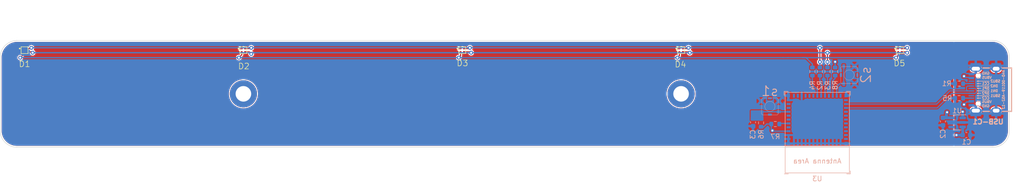
<source format=kicad_pcb>
(kicad_pcb (version 20221018) (generator pcbnew)
  (title_block (title "Rapid Training Target") (date "2023-08-28") (rev "C") (comment 1 "Rev C: Added bootstrapping") (comment 2 "Rev B: Changed to SOC") (comment 3 "Rev A: Initial Commit"))
  (layers (0 "F.Cu" signal) (31 "B.Cu" signal) (34 "B.Paste" user) (35 "F.Paste" user) (36 "B.SilkS" user "B.Silkscreen") (37 "F.SilkS" user "F.Silkscreen") (38 "B.Mask" user) (39 "F.Mask" user) (44 "Edge.Cuts" user))
  (net 0 "")
  (net 1 "+5V")
  (net 2 "Net-(D1-RK)")
  (net 3 "Net-(D1-BK)")
  (net 4 "Net-(D1-GK)")
  (net 5 "Red")
  (net 6 "GND")
  (net 7 "Green")
  (net 8 "Blue")
  (net 9 "Net-(U3-EN{slash}CHIP_PU)")
  (net 10 "Net-(USB-C1-CC1)")
  (net 11 "USB_D+")
  (net 12 "USB_D-")
  (net 14 "Net-(USB-C1-CC2)")
  (net 16 "+3V3")
  (net 18 "Net-(U3-GPIO2{slash}ADC1_CH2)")
  (net 19 "Net-(U3-GPIO8)")
  (net 31 "Net-(U3-GPIO9)")
  (footprint "Personal:DIODFN4_100X100X35L29X29N" (layer "F.Cu") (at 130 80)
    (fp_text reference "D3" (at 0.048 2.677) (layer "F.SilkS") (effects (font (size 1.2 1.2) (thickness 0.12))))
    (fp_text value "LED_ARBG")
    (fp_line (start -0.71 -0.6945) (end 0.71 -0.6945) (stroke (width 0.12)) (layer "F.SilkS"))
    (fp_line (start -0.71 0.6945) (end -0.71 -0.6945) (stroke (width 0.12)) (layer "F.SilkS"))
    (fp_line (start 0.71 -0.6945) (end 0.71 0.6945) (stroke (width 0.12)) (layer "F.SilkS"))
    (fp_line (start 0.71 0.6945) (end -0.71 0.6945) (stroke (width 0.12)) (layer "F.SilkS"))
    (fp_circle (center -1 -0.345) (end -1 -0.26) (stroke (width 0.17)) (fill none) (layer "F.SilkS"))
    (pad "1" smd rect (at -0.345 -0.345) (size 0.37 0.339) (layers "F.Cu" "F.Paste" "F.Mask") (net 16 "+3V3"))
    (pad "2" smd rect (at -0.345 0.345) (size 0.37 0.339) (layers "F.Cu" "F.Paste" "F.Mask") (net 2 "Net-(D1-RK)"))
    (pad "3" smd rect (at 0.345 0.345) (size 0.37 0.339) (layers "F.Cu" "F.Paste" "F.Mask") (net 3 "Net-(D1-BK)"))
    (pad "4" smd rect (at 0.345 -0.345) (size 0.37 0.339) (layers "F.Cu" "F.Paste" "F.Mask") (net 4 "Net-(D1-GK)"))
  )
  (footprint "Personal:DIODFN4_100X100X35L29X29N" (layer "F.Cu") (at 175 80)
    (fp_text reference "D4" (at -0.121 2.931) (layer "F.SilkS") (effects (font (size 1.2 1.2) (thickness 0.12))))
    (fp_text value "LED_ARBG")
    (fp_line (start -0.71 -0.6945) (end 0.71 -0.6945) (stroke (width 0.12)) (layer "F.SilkS"))
    (fp_line (start -0.71 0.6945) (end -0.71 -0.6945) (stroke (width 0.12)) (layer "F.SilkS"))
    (fp_line (start 0.71 -0.6945) (end 0.71 0.6945) (stroke (width 0.12)) (layer "F.SilkS"))
    (fp_line (start 0.71 0.6945) (end -0.71 0.6945) (stroke (width 0.12)) (layer "F.SilkS"))
    (fp_circle (center -1 -0.345) (end -1 -0.26) (stroke (width 0.17)) (fill none) (layer "F.SilkS"))
    (pad "1" smd rect (at -0.345 -0.345) (size 0.37 0.339) (layers "F.Cu" "F.Paste" "F.Mask") (net 16 "+3V3"))
    (pad "2" smd rect (at -0.345 0.345) (size 0.37 0.339) (layers "F.Cu" "F.Paste" "F.Mask") (net 2 "Net-(D1-RK)"))
    (pad "3" smd rect (at 0.345 0.345) (size 0.37 0.339) (layers "F.Cu" "F.Paste" "F.Mask") (net 3 "Net-(D1-BK)"))
    (pad "4" smd rect (at 0.345 -0.345) (size 0.37 0.339) (layers "F.Cu" "F.Paste" "F.Mask") (net 4 "Net-(D1-GK)"))
  )
  (footprint "Personal:DIODFN4_100X100X35L29X29N" (layer "F.Cu") (at 85 80)
    (fp_text reference "D2" (at 0.09 3.312) (layer "F.SilkS") (effects (font (size 1.2 1.2) (thickness 0.12))))
    (fp_text value "LED_ARBG")
    (fp_line (start -0.71 -0.6945) (end 0.71 -0.6945) (stroke (width 0.12)) (layer "F.SilkS"))
    (fp_line (start -0.71 0.6945) (end -0.71 -0.6945) (stroke (width 0.12)) (layer "F.SilkS"))
    (fp_line (start 0.71 -0.6945) (end 0.71 0.6945) (stroke (width 0.12)) (layer "F.SilkS"))
    (fp_line (start 0.71 0.6945) (end -0.71 0.6945) (stroke (width 0.12)) (layer "F.SilkS"))
    (fp_circle (center -1 -0.345) (end -1 -0.26) (stroke (width 0.17)) (fill none) (layer "F.SilkS"))
    (pad "1" smd rect (at -0.345 -0.345) (size 0.37 0.339) (layers "F.Cu" "F.Paste" "F.Mask") (net 16 "+3V3"))
    (pad "2" smd rect (at -0.345 0.345) (size 0.37 0.339) (layers "F.Cu" "F.Paste" "F.Mask") (net 2 "Net-(D1-RK)"))
    (pad "3" smd rect (at 0.345 0.345) (size 0.37 0.339) (layers "F.Cu" "F.Paste" "F.Mask") (net 3 "Net-(D1-BK)"))
    (pad "4" smd rect (at 0.345 -0.345) (size 0.37 0.339) (layers "F.Cu" "F.Paste" "F.Mask") (net 4 "Net-(D1-GK)"))
  )
  (footprint "Personal:DIODFN4_100X100X35L29X29N" (layer "F.Cu") (at 40 80)
    (fp_text reference "D1" (at 0.005 2.85) (layer "F.SilkS") (effects (font (size 1.2 1.2) (thickness 0.12))))
    (fp_text value "LED_ARBG")
    (fp_line (start -0.71 -0.6945) (end 0.71 -0.6945) (stroke (width 0.12)) (layer "F.SilkS"))
    (fp_line (start -0.71 0.6945) (end -0.71 -0.6945) (stroke (width 0.12)) (layer "F.SilkS"))
    (fp_line (start 0.71 -0.6945) (end 0.71 0.6945) (stroke (width 0.12)) (layer "F.SilkS"))
    (fp_line (start 0.71 0.6945) (end -0.71 0.6945) (stroke (width 0.12)) (layer "F.SilkS"))
    (fp_circle (center -1 -0.345) (end -1 -0.26) (stroke (width 0.17)) (fill none) (layer "F.SilkS"))
    (pad "1" smd rect (at -0.345 -0.345) (size 0.37 0.339) (layers "F.Cu" "F.Paste" "F.Mask") (net 16 "+3V3"))
    (pad "2" smd rect (at -0.345 0.345) (size 0.37 0.339) (layers "F.Cu" "F.Paste" "F.Mask") (net 2 "Net-(D1-RK)"))
    (pad "3" smd rect (at 0.345 0.345) (size 0.37 0.339) (layers "F.Cu" "F.Paste" "F.Mask") (net 3 "Net-(D1-BK)"))
    (pad "4" smd rect (at 0.345 -0.345) (size 0.37 0.339) (layers "F.Cu" "F.Paste" "F.Mask") (net 4 "Net-(D1-GK)"))
  )
  (footprint "MountingHole:MountingHole_3.2mm_M3_DIN965_Pad" (layer "F.Cu") (at 85 88.999)
    (fp_text reference "H1" (at 0 0) (layer "F.SilkS"))
    (fp_text value "MountingHole")
    (pad "1" thru_hole circle (at 0 0) (size 5.6 5.6) (drill 3.2) (layers "*.Cu" "*.Mask"))
  )
  (footprint "Personal:DIODFN4_100X100X35L29X29N" (layer "F.Cu") (at 220 80)
    (fp_text reference "D5" (at -0.1 2.695) (layer "F.SilkS") (effects (font (size 1.2 1.2) (thickness 0.12))))
    (fp_text value "LED_ARBG")
    (fp_line (start -0.71 -0.6945) (end 0.71 -0.6945) (stroke (width 0.12)) (layer "F.SilkS"))
    (fp_line (start -0.71 0.6945) (end -0.71 -0.6945) (stroke (width 0.12)) (layer "F.SilkS"))
    (fp_line (start 0.71 -0.6945) (end 0.71 0.6945) (stroke (width 0.12)) (layer "F.SilkS"))
    (fp_line (start 0.71 0.6945) (end -0.71 0.6945) (stroke (width 0.12)) (layer "F.SilkS"))
    (fp_circle (center -1 -0.345) (end -1 -0.26) (stroke (width 0.17)) (fill none) (layer "F.SilkS"))
    (pad "1" smd rect (at -0.345 -0.345) (size 0.37 0.339) (layers "F.Cu" "F.Paste" "F.Mask") (net 16 "+3V3"))
    (pad "2" smd rect (at -0.345 0.345) (size 0.37 0.339) (layers "F.Cu" "F.Paste" "F.Mask") (net 2 "Net-(D1-RK)"))
    (pad "3" smd rect (at 0.345 0.345) (size 0.37 0.339) (layers "F.Cu" "F.Paste" "F.Mask") (net 3 "Net-(D1-BK)"))
    (pad "4" smd rect (at 0.345 -0.345) (size 0.37 0.339) (layers "F.Cu" "F.Paste" "F.Mask") (net 4 "Net-(D1-GK)"))
  )
  (footprint "MountingHole:MountingHole_3.2mm_M3_DIN965_Pad" (layer "F.Cu") (at 175 88.999)
    (fp_text reference "H2" (at 0 0) (layer "F.SilkS"))
    (fp_text value "MountingHole")
    (pad "1" thru_hole circle (at 0 0) (size 5.6 5.6) (drill 3.2) (layers "*.Cu" "*.Mask"))
  )
  (footprint "Resistor_SMD:R_0603_1608Metric" (layer "B.Cu") (at 232.163 89.893 180)
    (fp_text reference "R5" (at 2.413 -0.041) (layer "B.SilkS") (effects (justify mirror)))
    (fp_text value "5k1")
    (fp_line (start -0.237258 -0.5225) (end 0.237258 -0.5225) (stroke (width 0.12)) (layer "B.SilkS"))
    (fp_line (start -0.237258 0.5225) (end 0.237258 0.5225) (stroke (width 0.12)) (layer "B.SilkS"))
    (pad "1" smd roundrect (at -0.825 0 180) (size 0.8 0.95) (layers "B.Cu" "B.Paste" "B.Mask") (net 14 "Net-(USB-C1-CC2)"))
    (pad "2" smd roundrect (at 0.825 0 180) (size 0.8 0.95) (layers "B.Cu" "B.Paste" "B.Mask") (net 6 "GND"))
  )
  (footprint "Capacitor_SMD:C_0603_1608Metric" (layer "B.Cu") (at 233.682 97.5)
    (fp_text reference "C1" (at 0 1.43) (layer "B.SilkS") (effects (justify mirror)))
    (fp_text value "1u")
    (fp_line (start -0.14058 -0.51) (end 0.14058 -0.51) (stroke (width 0.12)) (layer "B.SilkS"))
    (fp_line (start -0.14058 0.51) (end 0.14058 0.51) (stroke (width 0.12)) (layer "B.SilkS"))
    (pad "1" smd roundrect (at -0.775 0) (size 0.9 0.95) (layers "B.Cu" "B.Paste" "B.Mask") (net 1 "+5V"))
    (pad "2" smd roundrect (at 0.775 0) (size 0.9 0.95) (layers "B.Cu" "B.Paste" "B.Mask") (net 6 "GND"))
  )
  (footprint "Resistor_SMD:R_0603_1608Metric" (layer "B.Cu") (at 194.375 95.225 180)
    (fp_text reference "R7" (at 0 -2.595) (layer "B.SilkS") (effects (justify mirror)))
    (fp_text value "10k")
    (fp_line (start -0.237258 -0.5225) (end 0.237258 -0.5225) (stroke (width 0.12)) (layer "B.SilkS"))
    (fp_line (start -0.237258 0.5225) (end 0.237258 0.5225) (stroke (width 0.12)) (layer "B.SilkS"))
    (pad "1" smd roundrect (at -0.825 0 180) (size 0.8 0.95) (layers "B.Cu" "B.Paste" "B.Mask") (net 18 "Net-(U3-GPIO2{slash}ADC1_CH2)"))
    (pad "2" smd roundrect (at 0.825 0 180) (size 0.8 0.95) (layers "B.Cu" "B.Paste" "B.Mask") (net 16 "+3V3"))
  )
  (footprint "Package_TO_SOT_SMD:SOT-23-5" (layer "B.Cu") (at 231.7585 94.894 180)
    (fp_text reference "U1" (at 0 2.4) (layer "B.SilkS") (effects (justify mirror)))
    (fp_text value "MIC5504-3.3YM5")
    (fp_line (start 0 -1.56) (end -0.8 -1.56) (stroke (width 0.12)) (layer "B.SilkS"))
    (fp_line (start 0 -1.56) (end 0.8 -1.56) (stroke (width 0.12)) (layer "B.SilkS"))
    (fp_line (start 0 1.56) (end -1.8 1.56) (stroke (width 0.12)) (layer "B.SilkS"))
    (fp_line (start 0 1.56) (end 0.8 1.56) (stroke (width 0.12)) (layer "B.SilkS"))
    (pad "1" smd roundrect (at -1.1375 0.95 180) (size 1.325 0.6) (layers "B.Cu" "B.Paste" "B.Mask") (net 1 "+5V"))
    (pad "2" smd roundrect (at -1.1375 0 180) (size 1.325 0.6) (layers "B.Cu" "B.Paste" "B.Mask") (net 6 "GND"))
    (pad "3" smd roundrect (at -1.1375 -0.95 180) (size 1.325 0.6) (layers "B.Cu" "B.Paste" "B.Mask") (net 1 "+5V"))
    (pad "4" smd roundrect (at 1.1375 -0.95 180) (size 1.325 0.6) (layers "B.Cu" "B.Paste" "B.Mask"))
    (pad "5" smd roundrect (at 1.1375 0.95 180) (size 1.325 0.6) (layers "B.Cu" "B.Paste" "B.Mask") (net 16 "+3V3"))
  )
  (footprint "Resistor_SMD:R_0603_1608Metric" (layer "B.Cu") (at 206.675 84.4 -90)
    (fp_text reference "R8" (at 2.8 0 90) (layer "B.SilkS") (effects (justify mirror)))
    (fp_text value "10k")
    (fp_line (start -0.237258 -0.5225) (end 0.237258 -0.5225) (stroke (width 0.12)) (layer "B.SilkS"))
    (fp_line (start -0.237258 0.5225) (end 0.237258 0.5225) (stroke (width 0.12)) (layer "B.SilkS"))
    (pad "1" smd roundrect (at -0.825 0 270) (size 0.8 0.95) (layers "B.Cu" "B.Paste" "B.Mask") (net 16 "+3V3"))
    (pad "2" smd roundrect (at 0.825 0 270) (size 0.8 0.95) (layers "B.Cu" "B.Paste" "B.Mask") (net 19 "Net-(U3-GPIO8)"))
  )
  (footprint "PCM_Espressif:ESP32-C3-MINI-1" (layer "B.Cu") (at 203 96.999)
    (fp_text reference "U3" (at 0 9.5) (layer "B.SilkS") (effects (justify mirror)))
    (fp_text value "ESP32-C3-MINI-1")
    (fp_text user "Antenna Area" (at 0 5.85) (layer "B.SilkS") (effects (justify mirror)))
    (fp_line (start -6.8 -8.5) (end -6 -8.5) (stroke (width 0.12)) (layer "B.SilkS"))
    (fp_line (start -6.8 -7.7) (end -6.8 -8.5) (stroke (width 0.12)) (layer "B.SilkS"))
    (fp_line (start -6.6 -8.3) (end -6.6 8.3) (stroke (width 0.12)) (layer "B.SilkS"))
    (fp_line (start -6.6 2.9) (end 6.6 2.9) (stroke (width 0.12)) (layer "B.SilkS"))
    (fp_line (start -6.6 8.3) (end 6.6 8.3) (stroke (width 0.12)) (layer "B.SilkS"))
    (fp_line (start -5.925 8.5) (end -6.775 8.5) (stroke (width 0.12)) (layer "B.SilkS"))
    (fp_line (start 6.05 8.5) (end 6.8 8.5) (stroke (width 0.12)) (layer "B.SilkS"))
    (fp_line (start 6.6 -8.3) (end -6.6 -8.3) (stroke (width 0.12)) (layer "B.SilkS"))
    (fp_line (start 6.6 8.3) (end 6.6 -8.3) (stroke (width 0.12)) (layer "B.SilkS"))
    (fp_line (start 6.8 -8.5) (end 6 -8.5) (stroke (width 0.12)) (layer "B.SilkS"))
    (fp_line (start 6.8 -7.7) (end 6.8 -8.5) (stroke (width 0.12)) (layer "B.SilkS"))
    (fp_line (start 6.8 8.5) (end 6.8 7.9) (stroke (width 0.12)) (layer "B.SilkS"))
    (pad "1" smd rect (at -5.9 1.3 270) (size 0.4 0.8) (layers "B.Cu" "B.Paste" "B.Mask") (net 6 "GND"))
    (pad "2" smd rect (at -5.9 0.5 270) (size 0.4 0.8) (layers "B.Cu" "B.Paste" "B.Mask") (net 6 "GND"))
    (pad "3" smd rect (at -5.9 -0.3 270) (size 0.4 0.8) (layers "B.Cu" "B.Paste" "B.Mask") (net 16 "+3V3"))
    (pad "4" smd rect (at -5.9 -1.1 270) (size 0.4 0.8) (layers "B.Cu" "B.Paste" "B.Mask"))
    (pad "5" smd rect (at -5.9 -1.9 270) (size 0.4 0.8) (layers "B.Cu" "B.Paste" "B.Mask") (net 18 "Net-(U3-GPIO2{slash}ADC1_CH2)"))
    (pad "6" smd rect (at -5.9 -2.7 270) (size 0.4 0.8) (layers "B.Cu" "B.Paste" "B.Mask"))
    (pad "7" smd rect (at -5.9 -3.5 270) (size 0.4 0.8) (layers "B.Cu" "B.Paste" "B.Mask"))
    (pad "8" smd rect (at -5.9 -4.3 270) (size 0.4 0.8) (layers "B.Cu" "B.Paste" "B.Mask") (net 9 "Net-(U3-EN{slash}CHIP_PU)"))
    (pad "9" smd rect (at -5.9 -5.1 270) (size 0.4 0.8) (layers "B.Cu" "B.Paste" "B.Mask"))
    (pad "10" smd rect (at -5.9 -5.9 270) (size 0.4 0.8) (layers "B.Cu" "B.Paste" "B.Mask"))
    (pad "11" smd rect (at -5.9 -6.7 270) (size 0.4 0.8) (layers "B.Cu" "B.Paste" "B.Mask") (net 6 "GND"))
    (pad "12" smd rect (at -4.8 -7.6) (size 0.4 0.8) (layers "B.Cu" "B.Paste" "B.Mask"))
    (pad "13" smd rect (at -4 -7.6) (size 0.4 0.8) (layers "B.Cu" "B.Paste" "B.Mask"))
    (pad "14" smd rect (at -3.2 -7.6) (size 0.4 0.8) (layers "B.Cu" "B.Paste" "B.Mask") (net 6 "GND"))
    (pad "15" smd rect (at -2.4 -7.6) (size 0.4 0.8) (layers "B.Cu" "B.Paste" "B.Mask"))
    (pad "16" smd rect (at -1.6 -7.6) (size 0.4 0.8) (layers "B.Cu" "B.Paste" "B.Mask"))
    (pad "17" smd rect (at -0.8 -7.6) (size 0.4 0.8) (layers "B.Cu" "B.Paste" "B.Mask"))
    (pad "18" smd rect (at 0 -7.6) (size 0.4 0.8) (layers "B.Cu" "B.Paste" "B.Mask") (net 7 "Green"))
    (pad "19" smd rect (at 0.8 -7.6) (size 0.4 0.8) (layers "B.Cu" "B.Paste" "B.Mask") (net 5 "Red"))
    (pad "20" smd rect (at 1.6 -7.6) (size 0.4 0.8) (layers "B.Cu" "B.Paste" "B.Mask") (net 8 "Blue"))
    (pad "21" smd rect (at 2.4 -7.6) (size 0.4 0.8) (layers "B.Cu" "B.Paste" "B.Mask"))
    (pad "22" smd rect (at 3.2 -7.6) (size 0.4 0.8) (layers "B.Cu" "B.Paste" "B.Mask") (net 19 "Net-(U3-GPIO8)"))
    (pad "23" smd rect (at 4 -7.6) (size 0.4 0.8) (layers "B.Cu" "B.Paste" "B.Mask") (net 31 "Net-(U3-GPIO9)"))
    (pad "24" smd rect (at 4.8 -7.6) (size 0.4 0.8) (layers "B.Cu" "B.Paste" "B.Mask"))
    (pad "25" smd rect (at 5.9 -6.7 270) (size 0.4 0.8) (layers "B.Cu" "B.Paste" "B.Mask"))
    (pad "26" smd rect (at 5.9 -5.9 270) (size 0.4 0.8) (layers "B.Cu" "B.Paste" "B.Mask") (net 12 "USB_D-"))
    (pad "27" smd rect (at 5.9 -5.1 270) (size 0.4 0.8) (layers "B.Cu" "B.Paste" "B.Mask") (net 11 "USB_D+"))
    (pad "28" smd rect (at 5.9 -4.3 270) (size 0.4 0.8) (layers "B.Cu" "B.Paste" "B.Mask"))
    (pad "29" smd rect (at 5.9 -3.5 270) (size 0.4 0.8) (layers "B.Cu" "B.Paste" "B.Mask"))
    (pad "30" smd rect (at 5.9 -2.7 270) (size 0.4 0.8) (layers "B.Cu" "B.Paste" "B.Mask"))
    (pad "31" smd rect (at 5.9 -1.9 270) (size 0.4 0.8) (layers "B.Cu" "B.Paste" "B.Mask"))
    (pad "32" smd rect (at 5.9 -1.1 270) (size 0.4 0.8) (layers "B.Cu" "B.Paste" "B.Mask"))
    (pad "33" smd rect (at 5.9 -0.3 270) (size 0.4 0.8) (layers "B.Cu" "B.Paste" "B.Mask"))
    (pad "34" smd rect (at 5.9 0.5 270) (size 0.4 0.8) (layers "B.Cu" "B.Paste" "B.Mask"))
    (pad "35" smd rect (at 5.9 1.3 270) (size 0.4 0.8) (layers "B.Cu" "B.Paste" "B.Mask"))
    (pad "36" smd rect (at 4.8 2.2) (size 0.4 0.8) (layers "B.Cu" "B.Paste" "B.Mask") (net 6 "GND"))
    (pad "37" smd rect (at 4 2.2) (size 0.4 0.8) (layers "B.Cu" "B.Paste" "B.Mask") (net 6 "GND"))
    (pad "38" smd rect (at 3.2 2.2) (size 0.4 0.8) (layers "B.Cu" "B.Paste" "B.Mask") (net 6 "GND"))
    (pad "39" smd rect (at 2.4 2.2) (size 0.4 0.8) (layers "B.Cu" "B.Paste" "B.Mask") (net 6 "GND"))
    (pad "40" smd rect (at 1.6 2.2) (size 0.4 0.8) (layers "B.Cu" "B.Paste" "B.Mask") (net 6 "GND"))
    (pad "41" smd rect (at 0.8 2.2) (size 0.4 0.8) (layers "B.Cu" "B.Paste" "B.Mask") (net 6 "GND"))
    (pad "42" smd rect (at 0 2.2) (size 0.4 0.8) (layers "B.Cu" "B.Paste" "B.Mask") (net 6 "GND"))
    (pad "43" smd rect (at -0.8 2.2) (size 0.4 0.8) (layers "B.Cu" "B.Paste" "B.Mask") (net 6 "GND"))
    (pad "44" smd rect (at -1.6 2.2) (size 0.4 0.8) (layers "B.Cu" "B.Paste" "B.Mask") (net 6 "GND"))
    (pad "45" smd rect (at -2.4 2.2) (size 0.4 0.8) (layers "B.Cu" "B.Paste" "B.Mask") (net 6 "GND"))
    (pad "46" smd rect (at -3.2 2.2) (size 0.4 0.8) (layers "B.Cu" "B.Paste" "B.Mask") (net 6 "GND"))
    (pad "47" smd rect (at -4 2.2) (size 0.4 0.8) (layers "B.Cu" "B.Paste" "B.Mask") (net 6 "GND"))
    (pad "48" smd rect (at -4.8 2.2) (size 0.4 0.8) (layers "B.Cu" "B.Paste" "B.Mask") (net 6 "GND"))
    (pad "49" smd rect (at -1.975 -4.675 270) (size 1.45 1.45) (layers "B.Cu" "B.Paste" "B.Mask") (net 6 "GND"))
    (pad "49" smd rect (at -1.975 -2.7 270) (size 1.45 1.45) (layers "B.Cu" "B.Paste" "B.Mask") (net 6 "GND"))
    (pad "49" smd custom (at -1.975 -0.725) (size 0.8 0.8) (layers "B.Cu" "B.Paste" "B.Mask") (net 6 "GND") (options (clearance outline) (anchor rect)) (primitives (gr_poly (pts (xy 0.725 -0.725) (xy -0.725 -0.725) (xy -0.725 0.125) (xy -0.125 0.725) (xy 0.725 0.725)) (width 0) (fill yes))))
    (pad "49" smd rect (at 0 -4.675 270) (size 1.45 1.45) (layers "B.Cu" "B.Paste" "B.Mask") (net 6 "GND"))
    (pad "49" smd rect (at 0 -2.7 270) (size 1.45 1.45) (layers "B.Cu" "B.Paste" "B.Mask") (net 6 "GND"))
    (pad "49" smd rect (at 0 -0.725 270) (size 1.45 1.45) (layers "B.Cu" "B.Paste" "B.Mask") (net 6 "GND"))
    (pad "49" smd rect (at 1.975 -4.675 270) (size 1.45 1.45) (layers "B.Cu" "B.Paste" "B.Mask") (net 6 "GND"))
    (pad "49" smd rect (at 1.975 -2.7 270) (size 1.45 1.45) (layers "B.Cu" "B.Paste" "B.Mask") (net 6 "GND"))
    (pad "49" smd rect (at 1.975 -0.725 270) (size 1.45 1.45) (layers "B.Cu" "B.Paste" "B.Mask") (net 6 "GND"))
    (pad "50" smd rect (at 5.95 2.25 270) (size 0.7 0.7) (layers "B.Cu" "B.Paste" "B.Mask") (net 6 "GND"))
    (pad "51" smd rect (at 5.95 -7.65 270) (size 0.7 0.7) (layers "B.Cu" "B.Paste" "B.Mask") (net 6 "GND"))
    (pad "52" smd rect (at -5.95 -7.65 270) (size 0.7 0.7) (layers "B.Cu" "B.Paste" "B.Mask") (net 6 "GND"))
    (pad "53" smd rect (at -5.95 2.25 270) (size 0.7 0.7) (layers "B.Cu" "B.Paste" "B.Mask") (net 6 "GND"))
    (zone (net 0) (net_name "") (layers "*.Cu") (name "antenna keepout") (connect_pads (clearance 0)) (min_thickness 0.254)
      (keepout (tracks not_allowed) (vias not_allowed) (pads not_allowed) (copperpour not_allowed) (footprints not_allowed))
      (fill (thermal_gap 0.508) (thermal_bridge_width 0.508))
      (polygon (pts (xy 209.6 99.899) (xy 196.4 99.899) (xy 196.4 105.299) (xy 209.6 105.299)))
    )
  )
  (footprint "Resistor_SMD:R_0603_1608Metric" (layer "B.Cu") (at 191.45 94.98 90)
    (fp_text reference "R6" (at -2.375 0 90) (layer "B.SilkS") (effects (justify mirror)))
    (fp_text value "10k")
    (fp_line (start -0.237258 -0.5225) (end 0.237258 -0.5225) (stroke (width 0.12)) (layer "B.SilkS"))
    (fp_line (start -0.237258 0.5225) (end 0.237258 0.5225) (stroke (width 0.12)) (layer "B.SilkS"))
    (pad "1" smd roundrect (at -0.825 0 90) (size 0.8 0.95) (layers "B.Cu" "B.Paste" "B.Mask") (net 16 "+3V3"))
    (pad "2" smd roundrect (at 0.825 0 90) (size 0.8 0.95) (layers "B.Cu" "B.Paste" "B.Mask") (net 9 "Net-(U3-EN{slash}CHIP_PU)"))
  )
  (footprint "Capacitor_SMD:C_0603_1608Metric" (layer "B.Cu") (at 228.843 94.706 -90)
    (fp_text reference "C2" (at 2.54 0 90) (layer "B.SilkS") (effects (justify mirror)))
    (fp_text value "1u")
    (fp_line (start -0.14058 -0.51) (end 0.14058 -0.51) (stroke (width 0.12)) (layer "B.SilkS"))
    (fp_line (start -0.14058 0.51) (end 0.14058 0.51) (stroke (width 0.12)) (layer "B.SilkS"))
    (pad "1" smd roundrect (at -0.775 0 270) (size 0.9 0.95) (layers "B.Cu" "B.Paste" "B.Mask") (net 16 "+3V3"))
    (pad "2" smd roundrect (at 0.775 0 270) (size 0.9 0.95) (layers "B.Cu" "B.Paste" "B.Mask") (net 6 "GND"))
  )
  (footprint "Capacitor_SMD:C_0603_1608Metric" (layer "B.Cu") (at 189.8 94.88 -90)
    (fp_text reference "C3" (at 2.475 0.05 90) (layer "B.SilkS") (effects (justify mirror)))
    (fp_text value "1u")
    (fp_line (start -0.14058 -0.51) (end 0.14058 -0.51) (stroke (width 0.12)) (layer "B.SilkS"))
    (fp_line (start -0.14058 0.51) (end 0.14058 0.51) (stroke (width 0.12)) (layer "B.SilkS"))
    (pad "1" smd roundrect (at -0.775 0 270) (size 0.9 0.95) (layers "B.Cu" "B.Paste" "B.Mask") (net 9 "Net-(U3-EN{slash}CHIP_PU)"))
    (pad "2" smd roundrect (at 0.775 0 270) (size 0.9 0.95) (layers "B.Cu" "B.Paste" "B.Mask") (net 6 "GND"))
  )
  (footprint "rapidtraining:TS-1177-C-B-B" (layer "B.Cu") (at 193.27 91.59)
    (fp_text reference "s1" (at -0.03 -3.15) (layer "B.SilkS") (effects (font (size 2 2) (thickness 0.2)) (justify mirror)))
    (fp_text value "BUTTON_4PIN_TS_1177" hide)
    (fp_line (start -1.73 -1.53) (end -1.73 1.53) (stroke (width 0.05)) (layer "B.SilkS"))
    (fp_line (start -1.73 1.53) (end -1.53 1.73) (stroke (width 0.05)) (layer "B.SilkS"))
    (fp_line (start -1.53 -1.73) (end -1.73 -1.53) (stroke (width 0.05)) (layer "B.SilkS"))
    (fp_line (start -1.53 1.73) (end 1.53 1.73) (stroke (width 0.05)) (layer "B.SilkS"))
    (fp_line (start 1.53 -1.73) (end -1.53 -1.73) (stroke (width 0.05)) (layer "B.SilkS"))
    (fp_line (start 1.53 1.73) (end 1.73 1.53) (stroke (width 0.05)) (layer "B.SilkS"))
    (fp_line (start 1.73 -1.53) (end 1.53 -1.73) (stroke (width 0.05)) (layer "B.SilkS"))
    (fp_line (start 1.73 1.53) (end 1.73 -1.53) (stroke (width 0.05)) (layer "B.SilkS"))
    (fp_circle (center 0 0) (end 1.047268 0) (stroke (width 0.05)) (fill none) (layer "B.SilkS"))
    (pad "P$5" smd roundrect (at 0 1.675) (size 0.8 0.45) (layers "B.Cu" "B.Paste" "B.Mask"))
    (pad "P$6" smd roundrect (at 0 -1.675) (size 0.8 0.45) (layers "B.Cu" "B.Paste" "B.Mask"))
    (pad "P1" smd roundrect (at -1.8 1.1) (size 0.9 0.6) (layers "B.Cu" "B.Paste" "B.Mask") (roundrect_rratio 0.2116666667) (net 9 "Net-(U3-EN{slash}CHIP_PU)"))
    (pad "P2" smd roundrect (at 1.8 1.1) (size 0.9 0.6) (layers "B.Cu" "B.Paste" "B.Mask") (roundrect_rratio 0.2116666667) (net 9 "Net-(U3-EN{slash}CHIP_PU)"))
    (pad "P3" smd roundrect (at -1.8 -1.1) (size 0.9 0.6) (layers "B.Cu" "B.Paste" "B.Mask") (roundrect_rratio 0.2116666667) (net 6 "GND"))
    (pad "P4" smd roundrect (at 1.8 -1.1) (size 0.9 0.6) (layers "B.Cu" "B.Paste" "B.Mask") (roundrect_rratio 0.2116666667) (net 6 "GND"))
  )
  (footprint "Personal:USB2.0_TYPE-C(A40-00119-A52-12)" (layer "B.Cu") (at 238.633 88.138)
    (fp_text reference "USB-C1" (at -0.501 6.617) (layer "B.SilkS") (effects (font (size 1.016 1.016) (thickness 0.254)) (justify mirror)))
    (fp_text value "USB-C-16P-F(A40-00119-A52-12)")
    (fp_text user "SBU1" (at 1 1.25) (layer "B.SilkS") (effects (font (size 0.508 0.508) (thickness 0.127)) (justify mirror)))
    (fp_text user "GND" (at -1 -3.3655) (layer "B.SilkS") (effects (font (size 0.508 0.508) (thickness 0.127)) (justify mirror)))
    (fp_text user "CC2" (at -1 1.75) (layer "B.SilkS") (effects (font (size 0.508 0.508) (thickness 0.127)) (justify mirror)))
    (fp_text user "DN1" (at 0.75 0.25) (layer "B.SilkS") (effects (font (size 0.508 0.508) (thickness 0.127)) (justify mirror)))
    (fp_text user "DP1" (at -1 -0.25) (layer "B.SilkS") (effects (font (size 0.508 0.508) (thickness 0.127)) (justify mirror)))
    (fp_text user "DN2" (at 0.75 -0.75) (layer "B.SilkS") (effects (font (size 0.508 0.508) (thickness 0.127)) (justify mirror)))
    (fp_text user "DP2" (at -1 0.75) (layer "B.SilkS") (effects (font (size 0.508 0.508) (thickness 0.127)) (justify mirror)))
    (fp_text user "SBU2" (at 1 -1.75) (layer "B.SilkS") (effects (font (size 0.508 0.508) (thickness 0.127)) (justify mirror)))
    (fp_text user "VBUS" (at -0.75 2.5) (layer "B.SilkS") (effects (font (size 0.508 0.508) (thickness 0.127)) (justify mirror)))
    (fp_text user "A40-00119-A52-12" (at 2.667 0 90) (layer "B.SilkS") (effects (font (size 0.508 0.508) (thickness 0.127)) (justify mirror)))
    (fp_text user "VBUS" (at -0.75 -2.5) (layer "B.SilkS") (effects (font (size 0.508 0.508) (thickness 0.127)) (justify mirror)))
    (fp_text user "CC1" (at -1 -1.25) (layer "B.SilkS") (effects (font (size 0.508 0.508) (thickness 0.127)) (justify mirror)))
    (fp_text user "GND" (at -1 3.3655) (layer "B.SilkS") (effects (font (size 0.508 0.508) (thickness 0.127)) (justify mirror)))
    (fp_line (start -2.75 -3.35) (end -2.5 -3.45) (stroke (width 0.127)) (layer "B.SilkS"))
    (fp_line (start -2.75 -3.35) (end -2.5 -3.25) (stroke (width 0.127)) (layer "B.SilkS"))
    (fp_line (start -2.75 -2.4) (end -2.5 -2.5) (stroke (width 0.127)) (layer "B.SilkS"))
    (fp_line (start -2.75 -2.4) (end -2.5 -2.3) (stroke (width 0.127)) (layer "B.SilkS"))
    (fp_line (start -2.75 -1.75) (end -2.5 -1.85) (stroke (width 0.127)) (layer "B.SilkS"))
    (fp_line (start -2.75 -1.75) (end -2.5 -1.65) (stroke (width 0.127)) (layer "B.SilkS"))
    (fp_line (start -2.75 -1.25) (end -2.5 -1.35) (stroke (width 0.127)) (layer "B.SilkS"))
    (fp_line (start -2.75 -1.25) (end -2.5 -1.15) (stroke (width 0.127)) (layer "B.SilkS"))
    (fp_line (start -2.75 -0.75) (end -2.5 -0.85) (stroke (width 0.127)) (layer "B.SilkS"))
    (fp_line (start -2.75 -0.75) (end -2.5 -0.65) (stroke (width 0.127)) (layer "B.SilkS"))
    (fp_line (start -2.75 -0.25) (end -2.5 -0.35) (stroke (width 0.127)) (layer "B.SilkS"))
    (fp_line (start -2.75 -0.25) (end -2.5 -0.15) (stroke (width 0.127)) (layer "B.SilkS"))
    (fp_line (start -2.75 0.25) (end -2.5 0.15) (stroke (width 0.127)) (layer "B.SilkS"))
    (fp_line (start -2.75 0.25) (end -2.5 0.35) (stroke (width 0.127)) (layer "B.SilkS"))
    (fp_line (start -2.75 0.75) (end -2.5 0.65) (stroke (width 0.127)) (layer "B.SilkS"))
    (fp_line (start -2.75 0.75) (end -2.5 0.85) (stroke (width 0.127)) (layer "B.SilkS"))
    (fp_line (start -2.75 1.25) (end -2.5 1.15) (stroke (width 0.127)) (layer "B.SilkS"))
    (fp_line (start -2.75 1.25) (end -2.5 1.35) (stroke (width 0.127)) (layer "B.SilkS"))
    (fp_line (start -2.75 1.75) (end -2.5 1.65) (stroke (width 0.127)) (layer "B.SilkS"))
    (fp_line (start -2.75 1.75) (end -2.5 1.85) (stroke (width 0.127)) (layer "B.SilkS"))
    (fp_line (start -2.75 2.4) (end -2.5 2.3) (stroke (width 0.127)) (layer "B.SilkS"))
    (fp_line (start -2.75 2.4) (end -2.5 2.5) (stroke (width 0.127)) (layer "B.SilkS"))
    (fp_line (start -2.75 2.4) (end -2 2.4) (stroke (width 0.127)) (layer "B.SilkS"))
    (fp_line (start -2.75 3.35) (end -2.5 3.25) (stroke (width 0.127)) (layer "B.SilkS"))
    (fp_line (start -2.75 3.35) (end -2.5 3.45) (stroke (width 0.127)) (layer "B.SilkS"))
    (fp_line (start -2 -3.35) (end -2.75 -3.35) (stroke (width 0.127)) (layer "B.SilkS"))
    (fp_line (start -2 -2.4) (end -2.75 -2.4) (stroke (width 0.127)) (layer "B.SilkS"))
    (fp_line (start -2 -1.25) (end -2.75 -1.25) (stroke (width 0.127)) (layer "B.SilkS"))
    (fp_line (start -2 -0.25) (end -2.75 -0.25) (stroke (width 0.127)) (layer "B.SilkS"))
    (fp_line (start -2 0.75) (end -2.75 0.75) (stroke (width 0.127)) (layer "B.SilkS"))
    (fp_line (start -2 1.75) (end -2.75 1.75) (stroke (width 0.127)) (layer "B.SilkS"))
    (fp_line (start -2 3.35) (end -2.75 3.35) (stroke (width 0.127)) (layer "B.SilkS"))
    (fp_line (start -1.55 -4.47) (end -0.25 -4.47) (stroke (width 0.254)) (layer "B.SilkS"))
    (fp_line (start -1.55 4.47) (end -0.25 4.47) (stroke (width 0.254)) (layer "B.SilkS"))
    (fp_line (start -0.25 -1.75) (end -2.75 -1.75) (stroke (width 0.127)) (layer "B.SilkS"))
    (fp_line (start -0.25 -0.75) (end -2.75 -0.75) (stroke (width 0.127)) (layer "B.SilkS"))
    (fp_line (start -0.25 0.25) (end -2.75 0.25) (stroke (width 0.127)) (layer "B.SilkS"))
    (fp_line (start -0.25 1.25) (end -2.75 1.25) (stroke (width 0.127)) (layer "B.SilkS"))
    (fp_line (start 2.45 -4.47) (end 4.318 -4.47) (stroke (width 0.254)) (layer "B.SilkS"))
    (fp_line (start 4.318 -4.47) (end 4.318 4.47) (stroke (width 0.254)) (layer "B.SilkS"))
    (fp_line (start 4.318 4.47) (end 2.45 4.47) (stroke (width 0.254)) (layer "B.SilkS"))
    (pad "" np_thru_hole circle (at -2.53 -2.89 270) (size 0.6 0.6) (drill 0.6) (layers "*.Cu" "*.Mask"))
    (pad "" np_thru_hole circle (at -2.53 2.89 270) (size 0.6 0.6) (drill 0.6) (layers "*.Cu" "*.Mask"))
    (pad "0" connect rect (at -3.03 -4.9276 270) (size 1.1 2.2) (layers "B.Cu" "B.Mask") (net 6 "GND"))
    (pad "0" thru_hole oval (at -3.03 -4.32 270) (size 1.2 2.2) (drill oval 0.8 1.7) (layers "*.Cu" "*.Mask") (net 6 "GND"))
    (pad "0" thru_hole oval (at -3.03 4.32 270) (size 1.2 2.2) (drill oval 0.8 1.7) (layers "*.Cu" "*.Mask") (net 6 "GND"))
    (pad "0" connect rect (at -3.03 4.9276 270) (size 1.1 2.2) (layers "B.Cu" "B.Mask") (net 6 "GND"))
    (pad "0" connect rect (at 1.15 -4.9276 270) (size 1.1 2) (layers "B.Cu" "B.Mask") (net 6 "GND"))
    (pad "0" thru_hole oval (at 1.15 -4.32 270) (size 1.3 2) (drill oval 0.8 1.4) (layers "*.Cu" "*.Mask") (net 6 "GND"))
    (pad "0" thru_hole oval (at 1.15 4.32 270) (size 1.3 2) (drill oval 0.8 1.4) (layers "*.Cu" "*.Mask") (net 6 "GND"))
    (pad "0" connect rect (at 1.15 4.9276 270) (size 1.1 2) (layers "B.Cu" "B.Mask") (net 6 "GND"))
    (pad "A1" smd rect (at -3.932 -3.325 270) (size 0.3 1.15) (layers "B.Cu" "B.Paste" "B.Mask") (net 6 "GND"))
    (pad "A4" smd rect (at -3.932 -2.525 270) (size 0.3 1.15) (layers "B.Cu" "B.Paste" "B.Mask") (net 1 "+5V"))
    (pad "A5" smd rect (at -3.932 -1.25 270) (size 0.25 1.15) (layers "B.Cu" "B.Paste" "B.Mask") (net 10 "Net-(USB-C1-CC1)"))
    (pad "A6" smd rect (at -3.932 -0.25 270) (size 0.25 1.15) (layers "B.Cu" "B.Paste" "B.Mask") (net 11 "USB_D+"))
    (pad "A7" smd rect (at -3.932 0.25 270) (size 0.25 1.15) (layers "B.Cu" "B.Paste" "B.Mask") (net 12 "USB_D-"))
    (pad "A8" smd rect (at -3.932 1.25 270) (size 0.25 1.15) (layers "B.Cu" "B.Paste" "B.Mask"))
    (pad "A9" smd rect (at -3.932 2.525 270) (size 0.3 1.15) (layers "B.Cu" "B.Paste" "B.Mask") (net 1 "+5V"))
    (pad "A12" smd rect (at -3.932 3.325 270) (size 0.3 1.15) (layers "B.Cu" "B.Paste" "B.Mask") (net 6 "GND"))
    (pad "B1" smd rect (at -3.932 3.075 270) (size 0.3 1.15) (layers "B.Cu" "B.Paste" "B.Mask") (net 6 "GND"))
    (pad "B4" smd rect (at -3.932 2.275 270) (size 0.3 1.15) (layers "B.Cu" "B.Paste" "B.Mask") (net 1 "+5V"))
    (pad "B5" smd rect (at -3.932 1.75 270) (size 0.25 1.15) (layers "B.Cu" "B.Paste" "B.Mask") (net 14 "Net-(USB-C1-CC2)"))
    (pad "B6" smd rect (at -3.932 0.75 270) (size 0.25 1.15) (layers "B.Cu" "B.Paste" "B.Mask") (net 11 "USB_D+"))
    (pad "B7" smd rect (at -3.932 -0.75 270) (size 0.25 1.15) (layers "B.Cu" "B.Paste" "B.Mask") (net 12 "USB_D-"))
    (pad "B8" smd rect (at -3.932 -1.75 270) (size 0.25 1.15) (layers "B.Cu" "B.Paste" "B.Mask"))
    (pad "B9" smd rect (at -3.932 -2.275 270) (size 0.3 1.15) (layers "B.Cu" "B.Paste" "B.Mask") (net 1 "+5V"))
    (pad "B12" smd rect (at -3.932 -3.075 270) (size 0.3 1.15) (layers "B.Cu" "B.Paste" "B.Mask") (net 6 "GND"))
  )
  (footprint "Resistor_SMD:R_0603_1608Metric" (layer "B.Cu") (at 203.543 84.4 -90)
    (fp_text reference "R2" (at 2.85 -0.007 90) (layer "B.SilkS") (effects (justify mirror)))
    (fp_text value "5.2k")
    (fp_line (start -0.237258 -0.5225) (end 0.237258 -0.5225) (stroke (width 0.12)) (layer "B.SilkS"))
    (fp_line (start -0.237258 0.5225) (end 0.237258 0.5225) (stroke (width 0.12)) (layer "B.SilkS"))
    (pad "1" smd roundrect (at -0.825 0 270) (size 0.8 0.95) (layers "B.Cu" "B.Paste" "B.Mask") (net 4 "Net-(D1-GK)"))
    (pad "2" smd roundrect (at 0.825 0 270) (size 0.8 0.95) (layers "B.Cu" "B.Paste" "B.Mask") (net 5 "Red"))
  )
  (footprint "Resistor_SMD:R_0603_1608Metric" (layer "B.Cu") (at 205.1 84.4 -90)
    (fp_text reference "R3" (at 2.85 -0.05 90) (layer "B.SilkS") (effects (justify mirror)))
    (fp_text value "1.1k")
    (fp_line (start -0.237258 -0.5225) (end 0.237258 -0.5225) (stroke (width 0.12)) (layer "B.SilkS"))
    (fp_line (start -0.237258 0.5225) (end 0.237258 0.5225) (stroke (width 0.12)) (layer "B.SilkS"))
    (pad "1" smd roundrect (at -0.825 0 270) (size 0.8 0.95) (layers "B.Cu" "B.Paste" "B.Mask") (net 3 "Net-(D1-BK)"))
    (pad "2" smd roundrect (at 0.825 0 270) (size 0.8 0.95) (layers "B.Cu" "B.Paste" "B.Mask") (net 8 "Blue"))
  )
  (footprint "Resistor_SMD:R_0603_1608Metric" (layer "B.Cu") (at 202 84.4 -90)
    (fp_text reference "R4" (at 2.85 0 90) (layer "B.SilkS") (effects (justify mirror)))
    (fp_text value "180R")
    (fp_line (start -0.237258 -0.5225) (end 0.237258 -0.5225) (stroke (width 0.12)) (layer "B.SilkS"))
    (fp_line (start -0.237258 0.5225) (end 0.237258 0.5225) (stroke (width 0.12)) (layer "B.SilkS"))
    (pad "1" smd roundrect (at -0.825 0 270) (size 0.8 0.95) (layers "B.Cu" "B.Paste" "B.Mask") (net 2 "Net-(D1-RK)"))
    (pad "2" smd roundrect (at 0.825 0 270) (size 0.8 0.95) (layers "B.Cu" "B.Paste" "B.Mask") (net 7 "Green"))
  )
  (footprint "rapidtraining:TS-1177-C-B-B" (layer "B.Cu") (at 209.55 85.125 -90)
    (fp_text reference "s2" (at -0.025 -3.45 90) (layer "B.SilkS") (effects (font (size 2 2) (thickness 0.2)) (justify mirror)))
    (fp_text value "BUTTON_4PIN_TS_1177" hide)
    (fp_line (start -1.73 -1.53) (end -1.73 1.53) (stroke (width 0.05)) (layer "B.SilkS"))
    (fp_line (start -1.73 1.53) (end -1.53 1.73) (stroke (width 0.05)) (layer "B.SilkS"))
    (fp_line (start -1.53 -1.73) (end -1.73 -1.53) (stroke (width 0.05)) (layer "B.SilkS"))
    (fp_line (start -1.53 1.73) (end 1.53 1.73) (stroke (width 0.05)) (layer "B.SilkS"))
    (fp_line (start 1.53 -1.73) (end -1.53 -1.73) (stroke (width 0.05)) (layer "B.SilkS"))
    (fp_line (start 1.53 1.73) (end 1.73 1.53) (stroke (width 0.05)) (layer "B.SilkS"))
    (fp_line (start 1.73 -1.53) (end 1.53 -1.73) (stroke (width 0.05)) (layer "B.SilkS"))
    (fp_line (start 1.73 1.53) (end 1.73 -1.53) (stroke (width 0.05)) (layer "B.SilkS"))
    (fp_circle (center 0 0) (end 1.047268 0) (stroke (width 0.05)) (fill none) (layer "B.SilkS"))
    (pad "P$5" smd roundrect (at 0 1.675 270) (size 0.8 0.45) (layers "B.Cu" "B.Paste" "B.Mask"))
    (pad "P$6" smd roundrect (at 0 -1.675 270) (size 0.8 0.45) (layers "B.Cu" "B.Paste" "B.Mask"))
    (pad "P1" smd roundrect (at -1.8 1.1 270) (size 0.9 0.6) (layers "B.Cu" "B.Paste" "B.Mask") (roundrect_rratio 0.2116666667) (net 31 "Net-(U3-GPIO9)"))
    (pad "P2" smd roundrect (at 1.8 1.1 270) (size 0.9 0.6) (layers "B.Cu" "B.Paste" "B.Mask") (roundrect_rratio 0.2116666667) (net 31 "Net-(U3-GPIO9)"))
    (pad "P3" smd roundrect (at -1.8 -1.1 270) (size 0.9 0.6) (layers "B.Cu" "B.Paste" "B.Mask") (roundrect_rratio 0.2116666667) (net 6 "GND"))
    (pad "P4" smd roundrect (at 1.8 -1.1 270) (size 0.9 0.6) (layers "B.Cu" "B.Paste" "B.Mask") (roundrect_rratio 0.2116666667) (net 6 "GND"))
  )
  (footprint "Resistor_SMD:R_0603_1608Metric" (layer "B.Cu") (at 232.163 86.893 180)
    (fp_text reference "R1" (at 2.54 0.007) (layer "B.SilkS") (effects (justify mirror)))
    (fp_text value "5k1")
    (fp_line (start -0.237258 -0.5225) (end 0.237258 -0.5225) (stroke (width 0.12)) (layer "B.SilkS"))
    (fp_line (start -0.237258 0.5225) (end 0.237258 0.5225) (stroke (width 0.12)) (layer "B.SilkS"))
    (pad "1" smd roundrect (at -0.825 0 180) (size 0.8 0.95) (layers "B.Cu" "B.Paste" "B.Mask") (net 10 "Net-(USB-C1-CC1)"))
    (pad "2" smd roundrect (at 0.825 0 180) (size 0.8 0.95) (layers "B.Cu" "B.Paste" "B.Mask") (net 6 "GND"))
  )
  (gr_arc (start 35 81.599) (mid 35.954416 79.094837) (end 38.4 77.999) (stroke (width 0.1)) (layer "Edge.Cuts"))
  (gr_arc (start 239.1 77.999) (mid 241.545584 79.094837) (end 242.5 81.599) (stroke (width 0.1)) (layer "Edge.Cuts"))
  (gr_arc (start 242.5 96.599) (mid 241.514153 99.013153) (end 239.1 99.999) (stroke (width 0.1)) (layer "Edge.Cuts"))
  (gr_line (start 38.4 99.999) (end 239.1 99.999) (stroke (width 0.1)) (layer "Edge.Cuts"))
  (gr_line (start 239.1 77.999) (end 38.4 77.999) (stroke (width 0.1)) (layer "Edge.Cuts"))
  (gr_line (start 242.5 96.599) (end 242.5 81.599) (stroke (width 0.1)) (layer "Edge.Cuts"))
  (gr_arc (start 38.4 99.999) (mid 35.995837 99.003163) (end 35 96.599) (stroke (width 0.1)) (layer "Edge.Cuts"))
  (gr_line (start 35 81.599) (end 35 96.599) (stroke (width 0.1)) (layer "Edge.Cuts"))
  (via (at 233.179 91.204) (size 0.8) (drill 0.4) (layers "F.Cu" "B.Cu") (net 1))
  (via (at 232.918 92.6875) (size 0.8) (drill 0.4) (layers "F.Cu" "B.Cu") (net 1))
  (via (at 231.637 97.5) (size 0.8) (drill 0.4) (layers "F.Cu" "B.Cu") (net 1))
  (via (at 233.179 85.362) (size 0.8) (drill 0.4) (layers "F.Cu" "B.Cu") (net 1))
  (segment (start 232.907 93.9195) (end 232.907 92.6985) (width 0.6) (layer "B.Cu") (net 1))
  (segment (start 231.65 97.5) (end 231.637 97.5) (width 0.25) (layer "B.Cu") (net 1))
  (segment (start 234.701 90.668) (end 233.715 90.668) (width 0.25) (layer "B.Cu") (net 1))
  (segment (start 233.715 90.668) (end 233.179 91.204) (width 0.25) (layer "B.Cu") (net 1))
  (segment (start 232.907 97.5) (end 231.65 97.5) (width 0.6) (layer "B.Cu") (net 1))
  (segment (start 232.907 97.5) (end 232.907 95.808) (width 0.6) (layer "B.Cu") (net 1))
  (segment (start 233.435 85.618) (end 233.179 85.362) (width 0.25) (layer "B.Cu") (net 1))
  (segment (start 234.701 85.618) (end 233.435 85.618) (width 0.25) (layer "B.Cu") (net 1))
  (segment (start 39.655 80.995) (end 39.116 81.534) (width 0.25) (layer "F.Cu") (net 2))
  (segment (start 129.655 80.345) (end 129.655 81.165) (width 0.25) (layer "F.Cu") (net 2))
  (segment (start 39.655 80.345) (end 39.655 80.995) (width 0.25) (layer "F.Cu") (net 2))
  (segment (start 219.655 80.345) (end 219.655 81.081) (width 0.25) (layer "F.Cu") (net 2))
  (segment (start 84.655 80.953) (end 84.074 81.534) (width 0.25) (layer "F.Cu") (net 2))
  (segment (start 174.655 81.123) (end 174.244 81.534) (width 0.25) (layer "F.Cu") (net 2))
  (segment (start 129.655 81.165) (end 129.286 81.534) (width 0.25) (layer "F.Cu") (net 2))
  (segment (start 84.655 80.345) (end 84.655 80.953) (width 0.25) (layer "F.Cu") (net 2))
  (segment (start 174.655 80.345) (end 174.655 81.123) (width 0.25) (layer "F.Cu") (net 2))
  (segment (start 219.655 81.081) (end 219.202 81.534) (width 0.25) (layer "F.Cu") (net 2))
  (via (at 39.116 81.534) (size 0.8) (drill 0.4) (layers "F.Cu" "B.Cu") (net 2))
  (via (at 219.202 81.534) (size 0.8) (drill 0.4) (layers "F.Cu" "B.Cu") (net 2))
  (via (at 84.074 81.534) (size 0.8) (drill 0.4) (layers "F.Cu" "B.Cu") (net 2))
  (via (at 129.286 81.534) (size 0.8) (drill 0.4) (layers "F.Cu" "B.Cu") (net 2))
  (via (at 174.244 81.534) (size 0.8) (drill 0.4) (layers "F.Cu" "B.Cu") (net 2))
  (segment (start 219.202 81.534) (end 200 81.534) (width 0.25) (layer "B.Cu") (net 2))
  (segment (start 174.244 81.534) (end 166.116 81.534) (width 0.25) (layer "B.Cu") (net 2))
  (segment (start 166.116 81.534) (end 129.286 81.534) (width 0.25) (layer "B.Cu") (net 2))
  (segment (start 200 81.534) (end 197 81.534) (width 0.25) (layer "B.Cu") (net 2))
  (segment (start 202 82.85) (end 200.684 81.534) (width 0.25) (layer "B.Cu") (net 2))
  (segment (start 195.961 81.534) (end 174.244 81.534) (width 0.25) (layer "B.Cu") (net 2))
  (segment (start 197 81.534) (end 195.961 81.534) (width 0.25) (layer "B.Cu") (net 2))
  (segment (start 84.074 81.534) (end 39.116 81.534) (width 0.25) (layer "B.Cu") (net 2))
  (segment (start 200.684 81.534) (end 200 81.534) (width 0.25) (layer "B.Cu") (net 2))
  (segment (start 129.286 81.534) (end 84.074 81.534) (width 0.25) (layer "B.Cu") (net 2))
  (segment (start 202 83.575) (end 202 82.85) (width 0.25) (layer "B.Cu") (net 2))
  (segment (start 131.653 80.345) (end 131.826 80.518) (width 0.25) (layer "F.Cu") (net 3))
  (segment (start 220.345 80.345) (end 221.315 80.345) (width 0.25) (layer "F.Cu") (net 3))
  (segment (start 85.345 80.345) (end 86.187 80.345) (width 0.25) (layer "F.Cu") (net 3))
  (segment (start 221.315 80.345) (end 221.488 80.518) (width 0.25) (layer "F.Cu") (net 3))
  (segment (start 130.345 80.345) (end 131.653 80.345) (width 0.25) (layer "F.Cu") (net 3))
  (segment (start 176.611 80.345) (end 176.784 80.518) (width 0.25) (layer "F.Cu") (net 3))
  (segment (start 41.483 80.345) (end 41.656 80.518) (width 0.25) (layer "F.Cu") (net 3))
  (segment (start 205.1 82.423) (end 205.1 80.518) (width 0.25) (layer "F.Cu") (net 3))
  (segment (start 40.345 80.345) (end 41.483 80.345) (width 0.25) (layer "F.Cu") (net 3))
  (segment (start 175.345 80.345) (end 176.611 80.345) (width 0.25) (layer "F.Cu") (net 3))
  (segment (start 86.187 80.345) (end 86.614 80.772) (width 0.25) (layer "F.Cu") (net 3))
  (via (at 176.784 80.518) (size 0.8) (drill 0.4) (layers "F.Cu" "B.Cu") (net 3))
  (via (at 86.614 80.772) (size 0.8) (drill 0.4) (layers "F.Cu" "B.Cu") (net 3))
  (via (at 205.1 80.518) (size 0.8) (drill 0.4) (layers "F.Cu" "B.Cu") (net 3))
  (via (at 131.826 80.518) (size 0.8) (drill 0.4) (layers "F.Cu" "B.Cu") (net 3))
  (via (at 41.656 80.518) (size 0.8) (drill 0.4) (layers "F.Cu" "B.Cu") (net 3))
  (via (at 205.1 82.423) (size 0.8) (drill 0.4) (layers "F.Cu" "B.Cu") (net 3))
  (via (at 221.488 80.518) (size 0.8) (drill 0.4) (layers "F.Cu" "B.Cu") (net 3))
  (segment (start 221.488 80.518) (end 205.486 80.518) (width 0.25) (layer "B.Cu") (net 3))
  (segment (start 205.1 83.575) (end 205.1 82.423) (width 0.25) (layer "B.Cu") (net 3))
  (segment (start 131.826 80.518) (end 86.868 80.518) (width 0.25) (layer "B.Cu") (net 3))
  (segment (start 41.656 80.518) (end 86.36 80.518) (width 0.25) (layer "B.Cu") (net 3))
  (segment (start 86.868 80.518) (end 86.614 80.772) (width 0.25) (layer "B.Cu") (net 3))
  (segment (start 205.486 80.518) (end 176.784 80.518) (width 0.25) (layer "B.Cu") (net 3))
  (segment (start 176.784 80.518) (end 131.826 80.518) (width 0.25) (layer "B.Cu") (net 3))
  (segment (start 86.36 80.518) (end 86.614 80.772) (width 0.25) (layer "B.Cu") (net 3))
  (segment (start 203.543 82.423) (end 203.543 79.502) (width 0.25) (layer "F.Cu") (net 4))
  (segment (start 175.345 79.655) (end 176.377 79.655) (width 0.25) (layer "F.Cu") (net 4))
  (segment (start 130.345 79.655) (end 131.419 79.655) (width 0.25) (layer "F.Cu") (net 4))
  (segment (start 220.345 79.655) (end 221.335 79.655) (width 0.25) (layer "F.Cu") (net 4))
  (segment (start 221.335 79.655) (end 221.488 79.502) (width 0.25) (layer "F.Cu") (net 4))
  (segment (start 85.345 79.655) (end 86.461 79.655) (width 0.25) (layer "F.Cu") (net 4))
  (segment (start 131.419 79.655) (end 131.572 79.502) (width 0.25) (layer "F.Cu") (net 4))
  (segment (start 176.377 79.655) (end 176.53 79.502) (width 0.25) (layer "F.Cu") (net 4))
  (segment (start 86.461 79.655) (end 86.614 79.502) (width 0.25) (layer "F.Cu") (net 4))
  (segment (start 41.249 79.655) (end 41.402 79.502) (width 0.25) (layer "F.Cu") (net 4))
  (segment (start 40.345 79.655) (end 41.249 79.655) (width 0.25) (layer "F.Cu") (net 4))
  (via (at 131.572 79.502) (size 0.8) (drill 0.4) (layers "F.Cu" "B.Cu") (net 4))
  (via (at 86.614 79.502) (size 0.8) (drill 0.4) (layers "F.Cu" "B.Cu") (net 4))
  (via (at 176.53 79.502) (size 0.8) (drill 0.4) (layers "F.Cu" "B.Cu") (net 4))
  (via (at 41.402 79.502) (size 0.8) (drill 0.4) (layers "F.Cu" "B.Cu") (net 4))
  (via (at 203.543 79.502) (size 0.8) (drill 0.4) (layers "F.Cu" "B.Cu") (net 4))
  (via (at 221.488 79.502) (size 0.8) (drill 0.4) (layers "F.Cu" "B.Cu") (net 4))
  (via (at 203.543 82.423) (size 0.8) (drill 0.4) (layers "F.Cu" "B.Cu") (net 4))
  (segment (start 201.422 79.502) (end 221.488 79.502) (width 0.25) (layer "B.Cu") (net 4))
  (segment (start 131.572 79.502) (end 176.53 79.502) (width 0.25) (layer "B.Cu") (net 4))
  (segment (start 203.543 82.423) (end 203.543 83.575) (width 0.25) (layer "B.Cu") (net 4))
  (segment (start 176.657 79.629) (end 176.53 79.502) (width 0.25) (layer "B.Cu") (net 4))
  (segment (start 41.402 79.502) (end 86.614 79.502) (width 0.25) (layer "B.Cu") (net 4))
  (segment (start 86.614 79.502) (end 131.572 79.502) (width 0.25) (layer "B.Cu") (net 4))
  (segment (start 176.53 79.502) (end 201.422 79.502) (width 0.25) (layer "B.Cu") (net 4))
  (segment (start 203.543 85.225) (end 203.543 86.23) (width 0.25) (layer "B.Cu") (net 5))
  (segment (start 203.8 86.487) (end 203.8 89.399) (width 0.25) (layer "B.Cu") (net 5))
  (segment (start 203.543 86.23) (end 203.8 86.487) (width 0.25) (layer "B.Cu") (net 5))
  (segment (start 197.1 90.299) (end 198.199 90.299) (width 0.25) (layer "B.Cu") (net 6))
  (segment (start 197.1 90.299) (end 197.1 89.399) (width 0.25) (layer "B.Cu") (net 6))
  (segment (start 197.1 89.399) (end 197.05 89.349) (width 0.25) (layer "B.Cu") (net 6))
  (segment (start 198.199 90.299) (end 198.38 90.48) (width 0.25) (layer "B.Cu") (net 6))
  (segment (start 203 88.15) (end 203 89.399) (width 0.25) (layer "B.Cu") (net 7))
  (segment (start 202 85.225) (end 202 87.15) (width 0.25) (layer "B.Cu") (net 7))
  (segment (start 202 87.15) (end 203 88.15) (width 0.25) (layer "B.Cu") (net 7))
  (segment (start 205.1 86.99) (end 205.1 85.225) (width 0.25) (layer "B.Cu") (net 8))
  (segment (start 205.1 86.99) (end 204.6 87.49) (width 0.25) (layer "B.Cu") (net 8))
  (segment (start 204.6 87.49) (end 204.6 89.399) (width 0.25) (layer "B.Cu") (net 8))
  (segment (start 195.0785 92.6985) (end 195.07 92.69) (width 0.25) (layer "B.Cu") (net 9))
  (segment (start 197.089 92.6985) (end 195.0785 92.6985) (width 0.25) (layer "B.Cu") (net 9))
  (segment (start 195.07 92.69) (end 191.47 92.69) (width 0.25) (layer "B.Cu") (net 9))
  (segment (start 232.988 86.893) (end 234.701 86.893) (width 0.25) (layer "B.Cu") (net 10))
  (segment (start 227.658 91.899) (end 208.9 91.899) (width 0.2) (layer "B.Cu") (net 11))
  (segment (start 235.719 88.675) (end 235.719 88.111) (width 0.2) (layer "B.Cu") (net 11))
  (segment (start 230.664 88.893) (end 235.501 88.893) (width 0.2) (layer "B.Cu") (net 11))
  (segment (start 235.719 88.111) (end 235.501 87.893) (width 0.2) (layer "B.Cu") (net 11))
  (segment (start 235.501 87.893) (end 234.701 87.893) (width 0.2) (layer "B.Cu") (net 11))
  (segment (start 235.501 88.893) (end 235.719 88.675) (width 0.2) (layer "B.Cu") (net 11))
  (segment (start 227.7935 91.7635) (end 230.664 88.893) (width 0.2) (layer "B.Cu") (net 11))
  (segment (start 227.7935 91.7635) (end 227.658 91.899) (width 0.2) (layer "B.Cu") (net 11))
  (segment (start 233.687 88.154) (end 233.687 87.607) (width 0.2) (layer "B.Cu") (net 12))
  (segment (start 228.0105 90.6405) (end 227.552 91.099) (width 0.2) (layer "B.Cu") (net 12))
  (segment (start 228.0105 90.6405) (end 230.258 88.393) (width 0.2) (layer "B.Cu") (net 12))
  (segment (start 227.552 91.099) (end 208.9 91.099) (width 0.2) (layer "B.Cu") (net 12))
  (segment (start 233.783 88.393) (end 233.926 88.393) (width 0.2) (layer "B.Cu") (net 12))
  (segment (start 230.258 88.393) (end 233.783 88.393) (width 0.2) (layer "B.Cu") (net 12))
  (segment (start 233.788 88.388) (end 233.783 88.393) (width 0.2) (layer "B.Cu") (net 12))
  (segment (start 233.901 87.393) (end 234.701 87.393) (width 0.2) (layer "B.Cu") (net 12))
  (segment (start 233.926 88.393) (end 233.687 88.154) (width 0.2) (layer "B.Cu") (net 12))
  (segment (start 233.687 87.607) (end 233.901 87.393) (width 0.2) (layer "B.Cu") (net 12))
  (segment (start 234.701 88.388) (end 233.788 88.388) (width 0.2) (layer "B.Cu") (net 12))
  (segment (start 232.988 89.893) (end 234.701 89.893) (width 0.25) (layer "B.Cu") (net 14))
  (segment (start 219.655 79.655) (end 219.655 78.885) (width 0.25) (layer "F.Cu") (net 16))
  (segment (start 39.655 79.655) (end 38.695 79.655) (width 0.25) (layer "F.Cu") (net 16))
  (segment (start 174.655 79.655) (end 173.785 79.655) (width 0.25) (layer "F.Cu") (net 16))
  (segment (start 129.655 79.655) (end 129.655 78.775) (width 0.25) (layer "F.Cu") (net 16))
  (segment (start 128.775 79.655) (end 128.77 79.66) (width 0.25) (layer "F.Cu") (net 16))
  (segment (start 129.655 79.655) (end 128.775 79.655) (width 0.25) (layer "F.Cu") (net 16))
  (segment (start 173.785 79.655) (end 173.78 79.66) (width 0.25) (layer "F.Cu") (net 16))
  (segment (start 219.655 78.885) (end 219.65 78.88) (width 0.25) (layer "F.Cu") (net 16))
  (segment (start 218.775 79.655) (end 218.77 79.66) (width 0.25) (layer "F.Cu") (net 16))
  (segment (start 84.655 79.655) (end 84.655 78.925) (width 0.25) (layer "F.Cu") (net 16))
  (segment (start 83.735 79.655) (end 83.71 79.63) (width 0.25) (layer "F.Cu") (net 16))
  (segment (start 129.655 78.775) (end 129.65 78.77) (width 0.25) (layer "F.Cu") (net 16))
  (segment (start 39.655 78.845) (end 39.67 78.83) (width 0.25) (layer "F.Cu") (net 16))
  (segment (start 84.655 79.655) (end 83.735 79.655) (width 0.25) (layer "F.Cu") (net 16))
  (segment (start 219.655 79.655) (end 218.775 79.655) (width 0.25) (layer "F.Cu") (net 16))
  (segment (start 39.655 79.655) (end 39.655 78.845) (width 0.25) (layer "F.Cu") (net 16))
  (segment (start 84.655 78.925) (end 84.67 78.91) (width 0.25) (layer "F.Cu") (net 16))
  (segment (start 174.655 79.655) (end 174.655 78.845) (width 0.25) (layer "F.Cu") (net 16))
  (via (at 206.675 82.4) (size 0.8) (drill 0.4) (layers "F.Cu" "B.Cu") (net 16))
  (via (at 193.775 96.575) (size 0.8) (drill 0.4) (layers "F.Cu" "B.Cu") (net 16))
  (via (at 229.7 92.8) (size 0.8) (drill 0.4) (layers "F.Cu" "B.Cu") (net 16))
  (segment (start 229.55 92.95) (end 229.7 92.8) (width 0.6) (layer "B.Cu") (net 16))
  (segment (start 192.02 95.805) (end 191.45 95.805) (width 0.25) (layer "B.Cu") (net 16))
  (segment (start 192.6 95.225) (end 192.02 95.805) (width 0.25) (layer "B.Cu") (net 16))
  (segment (start 229.55 93.944) (end 229.55 92.95) (width 0.6) (layer "B.Cu") (net 16))
  (segment (start 193.775 96.575) (end 193.899 96.699) (width 0.25) (layer "B.Cu") (net 16))
  (segment (start 229.55 93.944) (end 228.856 93.944) (width 0.6) (layer "B.Cu") (net 16))
  (segment (start 228.856 93.944) (end 228.843 93.931) (width 0.25) (layer "B.Cu") (net 16))
  (segment (start 193.899 96.699) (end 197.1 96.699) (width 0.25) (layer "B.Cu") (net 16))
  (segment (start 193.775 96.575) (end 193.55 96.35) (width 0.25) (layer "B.Cu") (net 16))
  (segment (start 192.6 95.225) (end 193.55 95.225) (width 0.25) (layer "B.Cu") (net 16))
  (segment (start 206.675 83.575) (end 206.675 82.4) (width 0.25) (layer "B.Cu") (net 16))
  (segment (start 193.55 96.35) (end 193.55 95.225) (width 0.25) (layer "B.Cu") (net 16))
  (segment (start 230.621 93.944) (end 229.55 93.944) (width 0.6) (layer "B.Cu") (net 16))
  (segment (start 195.2085 95.2335) (end 195.2 95.225) (width 0.25) (layer "B.Cu") (net 18))
  (segment (start 197.1 95.099) (end 195.326 95.099) (width 0.25) (layer "B.Cu") (net 18))
  (segment (start 195.326 95.099) (end 195.2 95.225) (width 0.25) (layer "B.Cu") (net 18))
  (segment (start 206.2525 86.2225) (end 206.2 86.275) (width 0.25) (layer "B.Cu") (net 19))
  (segment (start 206.675 85.8) (end 206.2525 86.2225) (width 0.25) (layer "B.Cu") (net 19))
  (segment (start 206.675 85.225) (end 206.675 85.8) (width 0.25) (layer "B.Cu") (net 19))
  (segment (start 206.2 86.275) (end 206.2 89.399) (width 0.25) (layer "B.Cu") (net 19))
  (segment (start 208.45 86.925) (end 208.45 83.325) (width 0.25) (layer "B.Cu") (net 31))
  (segment (start 207.2 87.3) (end 207.575 86.925) (width 0.25) (layer "B.Cu") (net 31))
  (segment (start 207.2 87.3) (end 207 87.5) (width 0.25) (layer "B.Cu") (net 31))
  (segment (start 207.575 86.925) (end 208.45 86.925) (width 0.25) (layer "B.Cu") (net 31))
  (segment (start 207 87.5) (end 207 89.399) (width 0.25) (layer "B.Cu") (net 31))
  (zone (net 1) (net_name "+5V") (layer "F.Cu") (priority 2) (connect_pads (clearance 0.2)) (min_thickness 0.2) (fill yes (thermal_gap 0.5) (thermal_bridge_width 0.5))
    (polygon (pts (xy 231.2 78) (xy 242.5 77.95) (xy 242.45 100) (xy 231.2 100)))
  )
  (zone (net 16) (net_name "+3V3") (layer "F.Cu") (connect_pads (clearance 0.2)) (min_thickness 0.2) (fill yes (thermal_gap 0.5) (thermal_bridge_width 0.5))
    (polygon (pts (xy 35.025 77.975) (xy 242.5 77.95) (xy 242.45 100) (xy 35 100)))
  )
  (zone (net 6) (net_name "GND") (layer "B.Cu") (priority 1) (connect_pads (clearance 0.2)) (min_thickness 0.2) (fill yes (thermal_gap 0.5) (thermal_bridge_width 0.5))
    (polygon (pts (xy 35.1 77.925) (xy 242.5 77.95) (xy 242.45 100) (xy 35.075 99.95)))
  )
  (zone (net 9) (net_name "Net-(U3-EN{slash}CHIP_PU)") (layer "B.Cu") (priority 1) (connect_pads yes (clearance 0.2)) (min_thickness 0.25) (fill yes (thermal_gap 0.5) (thermal_bridge_width 0.5))
    (polygon (pts (xy 191.92 94.54) (xy 191.92 92.39) (xy 189.32 92.39) (xy 189.32 94.54)))
  )
)
</source>
